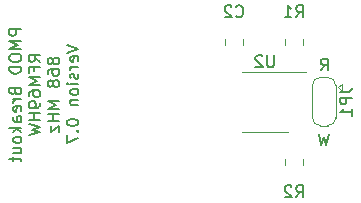
<source format=gbr>
%TF.GenerationSoftware,KiCad,Pcbnew,7.0.10*%
%TF.CreationDate,2024-01-17T19:36:25+01:00*%
%TF.ProjectId,RFM69HW_868,52464d36-3948-4575-9f38-36382e6b6963,rev?*%
%TF.SameCoordinates,Original*%
%TF.FileFunction,Legend,Bot*%
%TF.FilePolarity,Positive*%
%FSLAX46Y46*%
G04 Gerber Fmt 4.6, Leading zero omitted, Abs format (unit mm)*
G04 Created by KiCad (PCBNEW 7.0.10) date 2024-01-17 19:36:25*
%MOMM*%
%LPD*%
G01*
G04 APERTURE LIST*
%ADD10C,0.150000*%
%ADD11C,0.120000*%
G04 APERTURE END LIST*
D10*
X120419819Y-43371190D02*
X119419819Y-43371190D01*
X119419819Y-43371190D02*
X119419819Y-43752142D01*
X119419819Y-43752142D02*
X119467438Y-43847380D01*
X119467438Y-43847380D02*
X119515057Y-43894999D01*
X119515057Y-43894999D02*
X119610295Y-43942618D01*
X119610295Y-43942618D02*
X119753152Y-43942618D01*
X119753152Y-43942618D02*
X119848390Y-43894999D01*
X119848390Y-43894999D02*
X119896009Y-43847380D01*
X119896009Y-43847380D02*
X119943628Y-43752142D01*
X119943628Y-43752142D02*
X119943628Y-43371190D01*
X120419819Y-44371190D02*
X119419819Y-44371190D01*
X119419819Y-44371190D02*
X120134104Y-44704523D01*
X120134104Y-44704523D02*
X119419819Y-45037856D01*
X119419819Y-45037856D02*
X120419819Y-45037856D01*
X119419819Y-45704523D02*
X119419819Y-45894999D01*
X119419819Y-45894999D02*
X119467438Y-45990237D01*
X119467438Y-45990237D02*
X119562676Y-46085475D01*
X119562676Y-46085475D02*
X119753152Y-46133094D01*
X119753152Y-46133094D02*
X120086485Y-46133094D01*
X120086485Y-46133094D02*
X120276961Y-46085475D01*
X120276961Y-46085475D02*
X120372200Y-45990237D01*
X120372200Y-45990237D02*
X120419819Y-45894999D01*
X120419819Y-45894999D02*
X120419819Y-45704523D01*
X120419819Y-45704523D02*
X120372200Y-45609285D01*
X120372200Y-45609285D02*
X120276961Y-45514047D01*
X120276961Y-45514047D02*
X120086485Y-45466428D01*
X120086485Y-45466428D02*
X119753152Y-45466428D01*
X119753152Y-45466428D02*
X119562676Y-45514047D01*
X119562676Y-45514047D02*
X119467438Y-45609285D01*
X119467438Y-45609285D02*
X119419819Y-45704523D01*
X120419819Y-46561666D02*
X119419819Y-46561666D01*
X119419819Y-46561666D02*
X119419819Y-46799761D01*
X119419819Y-46799761D02*
X119467438Y-46942618D01*
X119467438Y-46942618D02*
X119562676Y-47037856D01*
X119562676Y-47037856D02*
X119657914Y-47085475D01*
X119657914Y-47085475D02*
X119848390Y-47133094D01*
X119848390Y-47133094D02*
X119991247Y-47133094D01*
X119991247Y-47133094D02*
X120181723Y-47085475D01*
X120181723Y-47085475D02*
X120276961Y-47037856D01*
X120276961Y-47037856D02*
X120372200Y-46942618D01*
X120372200Y-46942618D02*
X120419819Y-46799761D01*
X120419819Y-46799761D02*
X120419819Y-46561666D01*
X119896009Y-48656904D02*
X119943628Y-48799761D01*
X119943628Y-48799761D02*
X119991247Y-48847380D01*
X119991247Y-48847380D02*
X120086485Y-48894999D01*
X120086485Y-48894999D02*
X120229342Y-48894999D01*
X120229342Y-48894999D02*
X120324580Y-48847380D01*
X120324580Y-48847380D02*
X120372200Y-48799761D01*
X120372200Y-48799761D02*
X120419819Y-48704523D01*
X120419819Y-48704523D02*
X120419819Y-48323571D01*
X120419819Y-48323571D02*
X119419819Y-48323571D01*
X119419819Y-48323571D02*
X119419819Y-48656904D01*
X119419819Y-48656904D02*
X119467438Y-48752142D01*
X119467438Y-48752142D02*
X119515057Y-48799761D01*
X119515057Y-48799761D02*
X119610295Y-48847380D01*
X119610295Y-48847380D02*
X119705533Y-48847380D01*
X119705533Y-48847380D02*
X119800771Y-48799761D01*
X119800771Y-48799761D02*
X119848390Y-48752142D01*
X119848390Y-48752142D02*
X119896009Y-48656904D01*
X119896009Y-48656904D02*
X119896009Y-48323571D01*
X120419819Y-49323571D02*
X119753152Y-49323571D01*
X119943628Y-49323571D02*
X119848390Y-49371190D01*
X119848390Y-49371190D02*
X119800771Y-49418809D01*
X119800771Y-49418809D02*
X119753152Y-49514047D01*
X119753152Y-49514047D02*
X119753152Y-49609285D01*
X120372200Y-50323571D02*
X120419819Y-50228333D01*
X120419819Y-50228333D02*
X120419819Y-50037857D01*
X120419819Y-50037857D02*
X120372200Y-49942619D01*
X120372200Y-49942619D02*
X120276961Y-49895000D01*
X120276961Y-49895000D02*
X119896009Y-49895000D01*
X119896009Y-49895000D02*
X119800771Y-49942619D01*
X119800771Y-49942619D02*
X119753152Y-50037857D01*
X119753152Y-50037857D02*
X119753152Y-50228333D01*
X119753152Y-50228333D02*
X119800771Y-50323571D01*
X119800771Y-50323571D02*
X119896009Y-50371190D01*
X119896009Y-50371190D02*
X119991247Y-50371190D01*
X119991247Y-50371190D02*
X120086485Y-49895000D01*
X120419819Y-51228333D02*
X119896009Y-51228333D01*
X119896009Y-51228333D02*
X119800771Y-51180714D01*
X119800771Y-51180714D02*
X119753152Y-51085476D01*
X119753152Y-51085476D02*
X119753152Y-50895000D01*
X119753152Y-50895000D02*
X119800771Y-50799762D01*
X120372200Y-51228333D02*
X120419819Y-51133095D01*
X120419819Y-51133095D02*
X120419819Y-50895000D01*
X120419819Y-50895000D02*
X120372200Y-50799762D01*
X120372200Y-50799762D02*
X120276961Y-50752143D01*
X120276961Y-50752143D02*
X120181723Y-50752143D01*
X120181723Y-50752143D02*
X120086485Y-50799762D01*
X120086485Y-50799762D02*
X120038866Y-50895000D01*
X120038866Y-50895000D02*
X120038866Y-51133095D01*
X120038866Y-51133095D02*
X119991247Y-51228333D01*
X120419819Y-51704524D02*
X119419819Y-51704524D01*
X120038866Y-51799762D02*
X120419819Y-52085476D01*
X119753152Y-52085476D02*
X120134104Y-51704524D01*
X120419819Y-52656905D02*
X120372200Y-52561667D01*
X120372200Y-52561667D02*
X120324580Y-52514048D01*
X120324580Y-52514048D02*
X120229342Y-52466429D01*
X120229342Y-52466429D02*
X119943628Y-52466429D01*
X119943628Y-52466429D02*
X119848390Y-52514048D01*
X119848390Y-52514048D02*
X119800771Y-52561667D01*
X119800771Y-52561667D02*
X119753152Y-52656905D01*
X119753152Y-52656905D02*
X119753152Y-52799762D01*
X119753152Y-52799762D02*
X119800771Y-52895000D01*
X119800771Y-52895000D02*
X119848390Y-52942619D01*
X119848390Y-52942619D02*
X119943628Y-52990238D01*
X119943628Y-52990238D02*
X120229342Y-52990238D01*
X120229342Y-52990238D02*
X120324580Y-52942619D01*
X120324580Y-52942619D02*
X120372200Y-52895000D01*
X120372200Y-52895000D02*
X120419819Y-52799762D01*
X120419819Y-52799762D02*
X120419819Y-52656905D01*
X119753152Y-53847381D02*
X120419819Y-53847381D01*
X119753152Y-53418810D02*
X120276961Y-53418810D01*
X120276961Y-53418810D02*
X120372200Y-53466429D01*
X120372200Y-53466429D02*
X120419819Y-53561667D01*
X120419819Y-53561667D02*
X120419819Y-53704524D01*
X120419819Y-53704524D02*
X120372200Y-53799762D01*
X120372200Y-53799762D02*
X120324580Y-53847381D01*
X119753152Y-54180715D02*
X119753152Y-54561667D01*
X119419819Y-54323572D02*
X120276961Y-54323572D01*
X120276961Y-54323572D02*
X120372200Y-54371191D01*
X120372200Y-54371191D02*
X120419819Y-54466429D01*
X120419819Y-54466429D02*
X120419819Y-54561667D01*
X122029819Y-46156904D02*
X121553628Y-45823571D01*
X122029819Y-45585476D02*
X121029819Y-45585476D01*
X121029819Y-45585476D02*
X121029819Y-45966428D01*
X121029819Y-45966428D02*
X121077438Y-46061666D01*
X121077438Y-46061666D02*
X121125057Y-46109285D01*
X121125057Y-46109285D02*
X121220295Y-46156904D01*
X121220295Y-46156904D02*
X121363152Y-46156904D01*
X121363152Y-46156904D02*
X121458390Y-46109285D01*
X121458390Y-46109285D02*
X121506009Y-46061666D01*
X121506009Y-46061666D02*
X121553628Y-45966428D01*
X121553628Y-45966428D02*
X121553628Y-45585476D01*
X121506009Y-46918809D02*
X121506009Y-46585476D01*
X122029819Y-46585476D02*
X121029819Y-46585476D01*
X121029819Y-46585476D02*
X121029819Y-47061666D01*
X122029819Y-47442619D02*
X121029819Y-47442619D01*
X121029819Y-47442619D02*
X121744104Y-47775952D01*
X121744104Y-47775952D02*
X121029819Y-48109285D01*
X121029819Y-48109285D02*
X122029819Y-48109285D01*
X121029819Y-49014047D02*
X121029819Y-48823571D01*
X121029819Y-48823571D02*
X121077438Y-48728333D01*
X121077438Y-48728333D02*
X121125057Y-48680714D01*
X121125057Y-48680714D02*
X121267914Y-48585476D01*
X121267914Y-48585476D02*
X121458390Y-48537857D01*
X121458390Y-48537857D02*
X121839342Y-48537857D01*
X121839342Y-48537857D02*
X121934580Y-48585476D01*
X121934580Y-48585476D02*
X121982200Y-48633095D01*
X121982200Y-48633095D02*
X122029819Y-48728333D01*
X122029819Y-48728333D02*
X122029819Y-48918809D01*
X122029819Y-48918809D02*
X121982200Y-49014047D01*
X121982200Y-49014047D02*
X121934580Y-49061666D01*
X121934580Y-49061666D02*
X121839342Y-49109285D01*
X121839342Y-49109285D02*
X121601247Y-49109285D01*
X121601247Y-49109285D02*
X121506009Y-49061666D01*
X121506009Y-49061666D02*
X121458390Y-49014047D01*
X121458390Y-49014047D02*
X121410771Y-48918809D01*
X121410771Y-48918809D02*
X121410771Y-48728333D01*
X121410771Y-48728333D02*
X121458390Y-48633095D01*
X121458390Y-48633095D02*
X121506009Y-48585476D01*
X121506009Y-48585476D02*
X121601247Y-48537857D01*
X122029819Y-49585476D02*
X122029819Y-49775952D01*
X122029819Y-49775952D02*
X121982200Y-49871190D01*
X121982200Y-49871190D02*
X121934580Y-49918809D01*
X121934580Y-49918809D02*
X121791723Y-50014047D01*
X121791723Y-50014047D02*
X121601247Y-50061666D01*
X121601247Y-50061666D02*
X121220295Y-50061666D01*
X121220295Y-50061666D02*
X121125057Y-50014047D01*
X121125057Y-50014047D02*
X121077438Y-49966428D01*
X121077438Y-49966428D02*
X121029819Y-49871190D01*
X121029819Y-49871190D02*
X121029819Y-49680714D01*
X121029819Y-49680714D02*
X121077438Y-49585476D01*
X121077438Y-49585476D02*
X121125057Y-49537857D01*
X121125057Y-49537857D02*
X121220295Y-49490238D01*
X121220295Y-49490238D02*
X121458390Y-49490238D01*
X121458390Y-49490238D02*
X121553628Y-49537857D01*
X121553628Y-49537857D02*
X121601247Y-49585476D01*
X121601247Y-49585476D02*
X121648866Y-49680714D01*
X121648866Y-49680714D02*
X121648866Y-49871190D01*
X121648866Y-49871190D02*
X121601247Y-49966428D01*
X121601247Y-49966428D02*
X121553628Y-50014047D01*
X121553628Y-50014047D02*
X121458390Y-50061666D01*
X122029819Y-50490238D02*
X121029819Y-50490238D01*
X121506009Y-50490238D02*
X121506009Y-51061666D01*
X122029819Y-51061666D02*
X121029819Y-51061666D01*
X121029819Y-51442619D02*
X122029819Y-51680714D01*
X122029819Y-51680714D02*
X121315533Y-51871190D01*
X121315533Y-51871190D02*
X122029819Y-52061666D01*
X122029819Y-52061666D02*
X121029819Y-52299762D01*
X123068390Y-45966428D02*
X123020771Y-45871190D01*
X123020771Y-45871190D02*
X122973152Y-45823571D01*
X122973152Y-45823571D02*
X122877914Y-45775952D01*
X122877914Y-45775952D02*
X122830295Y-45775952D01*
X122830295Y-45775952D02*
X122735057Y-45823571D01*
X122735057Y-45823571D02*
X122687438Y-45871190D01*
X122687438Y-45871190D02*
X122639819Y-45966428D01*
X122639819Y-45966428D02*
X122639819Y-46156904D01*
X122639819Y-46156904D02*
X122687438Y-46252142D01*
X122687438Y-46252142D02*
X122735057Y-46299761D01*
X122735057Y-46299761D02*
X122830295Y-46347380D01*
X122830295Y-46347380D02*
X122877914Y-46347380D01*
X122877914Y-46347380D02*
X122973152Y-46299761D01*
X122973152Y-46299761D02*
X123020771Y-46252142D01*
X123020771Y-46252142D02*
X123068390Y-46156904D01*
X123068390Y-46156904D02*
X123068390Y-45966428D01*
X123068390Y-45966428D02*
X123116009Y-45871190D01*
X123116009Y-45871190D02*
X123163628Y-45823571D01*
X123163628Y-45823571D02*
X123258866Y-45775952D01*
X123258866Y-45775952D02*
X123449342Y-45775952D01*
X123449342Y-45775952D02*
X123544580Y-45823571D01*
X123544580Y-45823571D02*
X123592200Y-45871190D01*
X123592200Y-45871190D02*
X123639819Y-45966428D01*
X123639819Y-45966428D02*
X123639819Y-46156904D01*
X123639819Y-46156904D02*
X123592200Y-46252142D01*
X123592200Y-46252142D02*
X123544580Y-46299761D01*
X123544580Y-46299761D02*
X123449342Y-46347380D01*
X123449342Y-46347380D02*
X123258866Y-46347380D01*
X123258866Y-46347380D02*
X123163628Y-46299761D01*
X123163628Y-46299761D02*
X123116009Y-46252142D01*
X123116009Y-46252142D02*
X123068390Y-46156904D01*
X122639819Y-47204523D02*
X122639819Y-47014047D01*
X122639819Y-47014047D02*
X122687438Y-46918809D01*
X122687438Y-46918809D02*
X122735057Y-46871190D01*
X122735057Y-46871190D02*
X122877914Y-46775952D01*
X122877914Y-46775952D02*
X123068390Y-46728333D01*
X123068390Y-46728333D02*
X123449342Y-46728333D01*
X123449342Y-46728333D02*
X123544580Y-46775952D01*
X123544580Y-46775952D02*
X123592200Y-46823571D01*
X123592200Y-46823571D02*
X123639819Y-46918809D01*
X123639819Y-46918809D02*
X123639819Y-47109285D01*
X123639819Y-47109285D02*
X123592200Y-47204523D01*
X123592200Y-47204523D02*
X123544580Y-47252142D01*
X123544580Y-47252142D02*
X123449342Y-47299761D01*
X123449342Y-47299761D02*
X123211247Y-47299761D01*
X123211247Y-47299761D02*
X123116009Y-47252142D01*
X123116009Y-47252142D02*
X123068390Y-47204523D01*
X123068390Y-47204523D02*
X123020771Y-47109285D01*
X123020771Y-47109285D02*
X123020771Y-46918809D01*
X123020771Y-46918809D02*
X123068390Y-46823571D01*
X123068390Y-46823571D02*
X123116009Y-46775952D01*
X123116009Y-46775952D02*
X123211247Y-46728333D01*
X123068390Y-47871190D02*
X123020771Y-47775952D01*
X123020771Y-47775952D02*
X122973152Y-47728333D01*
X122973152Y-47728333D02*
X122877914Y-47680714D01*
X122877914Y-47680714D02*
X122830295Y-47680714D01*
X122830295Y-47680714D02*
X122735057Y-47728333D01*
X122735057Y-47728333D02*
X122687438Y-47775952D01*
X122687438Y-47775952D02*
X122639819Y-47871190D01*
X122639819Y-47871190D02*
X122639819Y-48061666D01*
X122639819Y-48061666D02*
X122687438Y-48156904D01*
X122687438Y-48156904D02*
X122735057Y-48204523D01*
X122735057Y-48204523D02*
X122830295Y-48252142D01*
X122830295Y-48252142D02*
X122877914Y-48252142D01*
X122877914Y-48252142D02*
X122973152Y-48204523D01*
X122973152Y-48204523D02*
X123020771Y-48156904D01*
X123020771Y-48156904D02*
X123068390Y-48061666D01*
X123068390Y-48061666D02*
X123068390Y-47871190D01*
X123068390Y-47871190D02*
X123116009Y-47775952D01*
X123116009Y-47775952D02*
X123163628Y-47728333D01*
X123163628Y-47728333D02*
X123258866Y-47680714D01*
X123258866Y-47680714D02*
X123449342Y-47680714D01*
X123449342Y-47680714D02*
X123544580Y-47728333D01*
X123544580Y-47728333D02*
X123592200Y-47775952D01*
X123592200Y-47775952D02*
X123639819Y-47871190D01*
X123639819Y-47871190D02*
X123639819Y-48061666D01*
X123639819Y-48061666D02*
X123592200Y-48156904D01*
X123592200Y-48156904D02*
X123544580Y-48204523D01*
X123544580Y-48204523D02*
X123449342Y-48252142D01*
X123449342Y-48252142D02*
X123258866Y-48252142D01*
X123258866Y-48252142D02*
X123163628Y-48204523D01*
X123163628Y-48204523D02*
X123116009Y-48156904D01*
X123116009Y-48156904D02*
X123068390Y-48061666D01*
X123639819Y-49442619D02*
X122639819Y-49442619D01*
X122639819Y-49442619D02*
X123354104Y-49775952D01*
X123354104Y-49775952D02*
X122639819Y-50109285D01*
X122639819Y-50109285D02*
X123639819Y-50109285D01*
X123639819Y-50585476D02*
X122639819Y-50585476D01*
X123116009Y-50585476D02*
X123116009Y-51156904D01*
X123639819Y-51156904D02*
X122639819Y-51156904D01*
X122973152Y-51537857D02*
X122973152Y-52061666D01*
X122973152Y-52061666D02*
X123639819Y-51537857D01*
X123639819Y-51537857D02*
X123639819Y-52061666D01*
X124249819Y-44704524D02*
X125249819Y-45037857D01*
X125249819Y-45037857D02*
X124249819Y-45371190D01*
X125202200Y-46085476D02*
X125249819Y-45990238D01*
X125249819Y-45990238D02*
X125249819Y-45799762D01*
X125249819Y-45799762D02*
X125202200Y-45704524D01*
X125202200Y-45704524D02*
X125106961Y-45656905D01*
X125106961Y-45656905D02*
X124726009Y-45656905D01*
X124726009Y-45656905D02*
X124630771Y-45704524D01*
X124630771Y-45704524D02*
X124583152Y-45799762D01*
X124583152Y-45799762D02*
X124583152Y-45990238D01*
X124583152Y-45990238D02*
X124630771Y-46085476D01*
X124630771Y-46085476D02*
X124726009Y-46133095D01*
X124726009Y-46133095D02*
X124821247Y-46133095D01*
X124821247Y-46133095D02*
X124916485Y-45656905D01*
X125249819Y-46561667D02*
X124583152Y-46561667D01*
X124773628Y-46561667D02*
X124678390Y-46609286D01*
X124678390Y-46609286D02*
X124630771Y-46656905D01*
X124630771Y-46656905D02*
X124583152Y-46752143D01*
X124583152Y-46752143D02*
X124583152Y-46847381D01*
X125202200Y-47133096D02*
X125249819Y-47228334D01*
X125249819Y-47228334D02*
X125249819Y-47418810D01*
X125249819Y-47418810D02*
X125202200Y-47514048D01*
X125202200Y-47514048D02*
X125106961Y-47561667D01*
X125106961Y-47561667D02*
X125059342Y-47561667D01*
X125059342Y-47561667D02*
X124964104Y-47514048D01*
X124964104Y-47514048D02*
X124916485Y-47418810D01*
X124916485Y-47418810D02*
X124916485Y-47275953D01*
X124916485Y-47275953D02*
X124868866Y-47180715D01*
X124868866Y-47180715D02*
X124773628Y-47133096D01*
X124773628Y-47133096D02*
X124726009Y-47133096D01*
X124726009Y-47133096D02*
X124630771Y-47180715D01*
X124630771Y-47180715D02*
X124583152Y-47275953D01*
X124583152Y-47275953D02*
X124583152Y-47418810D01*
X124583152Y-47418810D02*
X124630771Y-47514048D01*
X125249819Y-47990239D02*
X124583152Y-47990239D01*
X124249819Y-47990239D02*
X124297438Y-47942620D01*
X124297438Y-47942620D02*
X124345057Y-47990239D01*
X124345057Y-47990239D02*
X124297438Y-48037858D01*
X124297438Y-48037858D02*
X124249819Y-47990239D01*
X124249819Y-47990239D02*
X124345057Y-47990239D01*
X125249819Y-48609286D02*
X125202200Y-48514048D01*
X125202200Y-48514048D02*
X125154580Y-48466429D01*
X125154580Y-48466429D02*
X125059342Y-48418810D01*
X125059342Y-48418810D02*
X124773628Y-48418810D01*
X124773628Y-48418810D02*
X124678390Y-48466429D01*
X124678390Y-48466429D02*
X124630771Y-48514048D01*
X124630771Y-48514048D02*
X124583152Y-48609286D01*
X124583152Y-48609286D02*
X124583152Y-48752143D01*
X124583152Y-48752143D02*
X124630771Y-48847381D01*
X124630771Y-48847381D02*
X124678390Y-48895000D01*
X124678390Y-48895000D02*
X124773628Y-48942619D01*
X124773628Y-48942619D02*
X125059342Y-48942619D01*
X125059342Y-48942619D02*
X125154580Y-48895000D01*
X125154580Y-48895000D02*
X125202200Y-48847381D01*
X125202200Y-48847381D02*
X125249819Y-48752143D01*
X125249819Y-48752143D02*
X125249819Y-48609286D01*
X124583152Y-49371191D02*
X125249819Y-49371191D01*
X124678390Y-49371191D02*
X124630771Y-49418810D01*
X124630771Y-49418810D02*
X124583152Y-49514048D01*
X124583152Y-49514048D02*
X124583152Y-49656905D01*
X124583152Y-49656905D02*
X124630771Y-49752143D01*
X124630771Y-49752143D02*
X124726009Y-49799762D01*
X124726009Y-49799762D02*
X125249819Y-49799762D01*
X124249819Y-51228334D02*
X124249819Y-51323572D01*
X124249819Y-51323572D02*
X124297438Y-51418810D01*
X124297438Y-51418810D02*
X124345057Y-51466429D01*
X124345057Y-51466429D02*
X124440295Y-51514048D01*
X124440295Y-51514048D02*
X124630771Y-51561667D01*
X124630771Y-51561667D02*
X124868866Y-51561667D01*
X124868866Y-51561667D02*
X125059342Y-51514048D01*
X125059342Y-51514048D02*
X125154580Y-51466429D01*
X125154580Y-51466429D02*
X125202200Y-51418810D01*
X125202200Y-51418810D02*
X125249819Y-51323572D01*
X125249819Y-51323572D02*
X125249819Y-51228334D01*
X125249819Y-51228334D02*
X125202200Y-51133096D01*
X125202200Y-51133096D02*
X125154580Y-51085477D01*
X125154580Y-51085477D02*
X125059342Y-51037858D01*
X125059342Y-51037858D02*
X124868866Y-50990239D01*
X124868866Y-50990239D02*
X124630771Y-50990239D01*
X124630771Y-50990239D02*
X124440295Y-51037858D01*
X124440295Y-51037858D02*
X124345057Y-51085477D01*
X124345057Y-51085477D02*
X124297438Y-51133096D01*
X124297438Y-51133096D02*
X124249819Y-51228334D01*
X125154580Y-51990239D02*
X125202200Y-52037858D01*
X125202200Y-52037858D02*
X125249819Y-51990239D01*
X125249819Y-51990239D02*
X125202200Y-51942620D01*
X125202200Y-51942620D02*
X125154580Y-51990239D01*
X125154580Y-51990239D02*
X125249819Y-51990239D01*
X124249819Y-52371191D02*
X124249819Y-53037857D01*
X124249819Y-53037857D02*
X125249819Y-52609286D01*
X146443458Y-52209819D02*
X146205363Y-53209819D01*
X146205363Y-53209819D02*
X146014887Y-52495533D01*
X146014887Y-52495533D02*
X145824411Y-53209819D01*
X145824411Y-53209819D02*
X145586316Y-52209819D01*
X145776792Y-46859819D02*
X146110125Y-46383628D01*
X146348220Y-46859819D02*
X146348220Y-45859819D01*
X146348220Y-45859819D02*
X145967268Y-45859819D01*
X145967268Y-45859819D02*
X145872030Y-45907438D01*
X145872030Y-45907438D02*
X145824411Y-45955057D01*
X145824411Y-45955057D02*
X145776792Y-46050295D01*
X145776792Y-46050295D02*
X145776792Y-46193152D01*
X145776792Y-46193152D02*
X145824411Y-46288390D01*
X145824411Y-46288390D02*
X145872030Y-46336009D01*
X145872030Y-46336009D02*
X145967268Y-46383628D01*
X145967268Y-46383628D02*
X146348220Y-46383628D01*
X147409819Y-48696666D02*
X148124104Y-48696666D01*
X148124104Y-48696666D02*
X148266961Y-48649047D01*
X148266961Y-48649047D02*
X148362200Y-48553809D01*
X148362200Y-48553809D02*
X148409819Y-48410952D01*
X148409819Y-48410952D02*
X148409819Y-48315714D01*
X148409819Y-49172857D02*
X147409819Y-49172857D01*
X147409819Y-49172857D02*
X147409819Y-49553809D01*
X147409819Y-49553809D02*
X147457438Y-49649047D01*
X147457438Y-49649047D02*
X147505057Y-49696666D01*
X147505057Y-49696666D02*
X147600295Y-49744285D01*
X147600295Y-49744285D02*
X147743152Y-49744285D01*
X147743152Y-49744285D02*
X147838390Y-49696666D01*
X147838390Y-49696666D02*
X147886009Y-49649047D01*
X147886009Y-49649047D02*
X147933628Y-49553809D01*
X147933628Y-49553809D02*
X147933628Y-49172857D01*
X148409819Y-50696666D02*
X148409819Y-50125238D01*
X148409819Y-50410952D02*
X147409819Y-50410952D01*
X147409819Y-50410952D02*
X147552676Y-50315714D01*
X147552676Y-50315714D02*
X147647914Y-50220476D01*
X147647914Y-50220476D02*
X147695533Y-50125238D01*
X143676666Y-57604819D02*
X144009999Y-57128628D01*
X144248094Y-57604819D02*
X144248094Y-56604819D01*
X144248094Y-56604819D02*
X143867142Y-56604819D01*
X143867142Y-56604819D02*
X143771904Y-56652438D01*
X143771904Y-56652438D02*
X143724285Y-56700057D01*
X143724285Y-56700057D02*
X143676666Y-56795295D01*
X143676666Y-56795295D02*
X143676666Y-56938152D01*
X143676666Y-56938152D02*
X143724285Y-57033390D01*
X143724285Y-57033390D02*
X143771904Y-57081009D01*
X143771904Y-57081009D02*
X143867142Y-57128628D01*
X143867142Y-57128628D02*
X144248094Y-57128628D01*
X143295713Y-56700057D02*
X143248094Y-56652438D01*
X143248094Y-56652438D02*
X143152856Y-56604819D01*
X143152856Y-56604819D02*
X142914761Y-56604819D01*
X142914761Y-56604819D02*
X142819523Y-56652438D01*
X142819523Y-56652438D02*
X142771904Y-56700057D01*
X142771904Y-56700057D02*
X142724285Y-56795295D01*
X142724285Y-56795295D02*
X142724285Y-56890533D01*
X142724285Y-56890533D02*
X142771904Y-57033390D01*
X142771904Y-57033390D02*
X143343332Y-57604819D01*
X143343332Y-57604819D02*
X142724285Y-57604819D01*
X143676666Y-42364819D02*
X144009999Y-41888628D01*
X144248094Y-42364819D02*
X144248094Y-41364819D01*
X144248094Y-41364819D02*
X143867142Y-41364819D01*
X143867142Y-41364819D02*
X143771904Y-41412438D01*
X143771904Y-41412438D02*
X143724285Y-41460057D01*
X143724285Y-41460057D02*
X143676666Y-41555295D01*
X143676666Y-41555295D02*
X143676666Y-41698152D01*
X143676666Y-41698152D02*
X143724285Y-41793390D01*
X143724285Y-41793390D02*
X143771904Y-41841009D01*
X143771904Y-41841009D02*
X143867142Y-41888628D01*
X143867142Y-41888628D02*
X144248094Y-41888628D01*
X142724285Y-42364819D02*
X143295713Y-42364819D01*
X143009999Y-42364819D02*
X143009999Y-41364819D01*
X143009999Y-41364819D02*
X143105237Y-41507676D01*
X143105237Y-41507676D02*
X143200475Y-41602914D01*
X143200475Y-41602914D02*
X143295713Y-41650533D01*
X138596666Y-42269580D02*
X138644285Y-42317200D01*
X138644285Y-42317200D02*
X138787142Y-42364819D01*
X138787142Y-42364819D02*
X138882380Y-42364819D01*
X138882380Y-42364819D02*
X139025237Y-42317200D01*
X139025237Y-42317200D02*
X139120475Y-42221961D01*
X139120475Y-42221961D02*
X139168094Y-42126723D01*
X139168094Y-42126723D02*
X139215713Y-41936247D01*
X139215713Y-41936247D02*
X139215713Y-41793390D01*
X139215713Y-41793390D02*
X139168094Y-41602914D01*
X139168094Y-41602914D02*
X139120475Y-41507676D01*
X139120475Y-41507676D02*
X139025237Y-41412438D01*
X139025237Y-41412438D02*
X138882380Y-41364819D01*
X138882380Y-41364819D02*
X138787142Y-41364819D01*
X138787142Y-41364819D02*
X138644285Y-41412438D01*
X138644285Y-41412438D02*
X138596666Y-41460057D01*
X138215713Y-41460057D02*
X138168094Y-41412438D01*
X138168094Y-41412438D02*
X138072856Y-41364819D01*
X138072856Y-41364819D02*
X137834761Y-41364819D01*
X137834761Y-41364819D02*
X137739523Y-41412438D01*
X137739523Y-41412438D02*
X137691904Y-41460057D01*
X137691904Y-41460057D02*
X137644285Y-41555295D01*
X137644285Y-41555295D02*
X137644285Y-41650533D01*
X137644285Y-41650533D02*
X137691904Y-41793390D01*
X137691904Y-41793390D02*
X138263332Y-42364819D01*
X138263332Y-42364819D02*
X137644285Y-42364819D01*
X141816904Y-45584819D02*
X141816904Y-46394342D01*
X141816904Y-46394342D02*
X141769285Y-46489580D01*
X141769285Y-46489580D02*
X141721666Y-46537200D01*
X141721666Y-46537200D02*
X141626428Y-46584819D01*
X141626428Y-46584819D02*
X141435952Y-46584819D01*
X141435952Y-46584819D02*
X141340714Y-46537200D01*
X141340714Y-46537200D02*
X141293095Y-46489580D01*
X141293095Y-46489580D02*
X141245476Y-46394342D01*
X141245476Y-46394342D02*
X141245476Y-45584819D01*
X140816904Y-45680057D02*
X140769285Y-45632438D01*
X140769285Y-45632438D02*
X140674047Y-45584819D01*
X140674047Y-45584819D02*
X140435952Y-45584819D01*
X140435952Y-45584819D02*
X140340714Y-45632438D01*
X140340714Y-45632438D02*
X140293095Y-45680057D01*
X140293095Y-45680057D02*
X140245476Y-45775295D01*
X140245476Y-45775295D02*
X140245476Y-45870533D01*
X140245476Y-45870533D02*
X140293095Y-46013390D01*
X140293095Y-46013390D02*
X140864523Y-46584819D01*
X140864523Y-46584819D02*
X140245476Y-46584819D01*
D11*
%TO.C,JP1*%
X146350000Y-47450000D02*
X145750000Y-47450000D01*
X147550000Y-48000000D02*
X147550000Y-48600000D01*
X145050000Y-48100000D02*
X145050000Y-50900000D01*
X147250000Y-48300000D02*
X147550000Y-48000000D01*
X147250000Y-48300000D02*
X147550000Y-48600000D01*
X147050000Y-50900000D02*
X147050000Y-48100000D01*
X145750000Y-51550000D02*
X146350000Y-51550000D01*
X147050000Y-48150000D02*
G75*
G03*
X146350000Y-47450000I-699999J1D01*
G01*
X145750000Y-47450000D02*
G75*
G03*
X145050000Y-48150000I-1J-699999D01*
G01*
X146350000Y-51550000D02*
G75*
G03*
X147050000Y-50850000I0J700000D01*
G01*
X145050000Y-50850000D02*
G75*
G03*
X145750000Y-51550000I700000J0D01*
G01*
%TO.C,R2*%
X142775000Y-54837064D02*
X142775000Y-54382936D01*
X144245000Y-54837064D02*
X144245000Y-54382936D01*
%TO.C,R1*%
X144245000Y-44222936D02*
X144245000Y-44677064D01*
X142775000Y-44222936D02*
X142775000Y-44677064D01*
%TO.C,C2*%
X137695000Y-44711252D02*
X137695000Y-44188748D01*
X139165000Y-44711252D02*
X139165000Y-44188748D01*
%TO.C,U2*%
X141055000Y-52090000D02*
X143005000Y-52090000D01*
X141055000Y-52090000D02*
X139105000Y-52090000D01*
X141055000Y-46970000D02*
X144505000Y-46970000D01*
X141055000Y-46970000D02*
X139105000Y-46970000D01*
%TD*%
M02*

</source>
